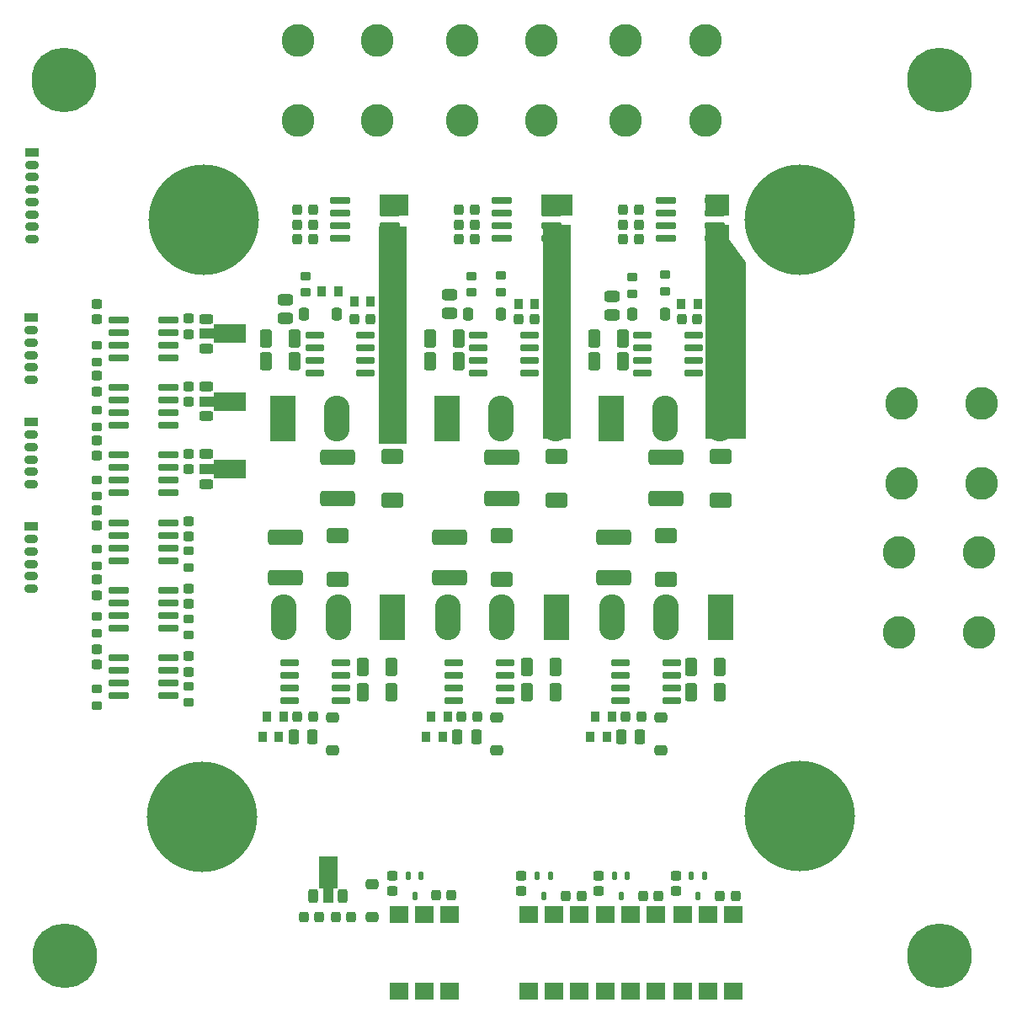
<source format=gbr>
G04 #@! TF.GenerationSoftware,KiCad,Pcbnew,8.0.6-1.fc40*
G04 #@! TF.CreationDate,2024-11-25T01:55:11-05:00*
G04 #@! TF.ProjectId,three_half_bridges,74687265-655f-4686-916c-665f62726964,rev?*
G04 #@! TF.SameCoordinates,Original*
G04 #@! TF.FileFunction,Soldermask,Top*
G04 #@! TF.FilePolarity,Negative*
%FSLAX46Y46*%
G04 Gerber Fmt 4.6, Leading zero omitted, Abs format (unit mm)*
G04 Created by KiCad (PCBNEW 8.0.6-1.fc40) date 2024-11-25 01:55:11*
%MOMM*%
%LPD*%
G01*
G04 APERTURE LIST*
G04 Aperture macros list*
%AMRoundRect*
0 Rectangle with rounded corners*
0 $1 Rounding radius*
0 $2 $3 $4 $5 $6 $7 $8 $9 X,Y pos of 4 corners*
0 Add a 4 corners polygon primitive as box body*
4,1,4,$2,$3,$4,$5,$6,$7,$8,$9,$2,$3,0*
0 Add four circle primitives for the rounded corners*
1,1,$1+$1,$2,$3*
1,1,$1+$1,$4,$5*
1,1,$1+$1,$6,$7*
1,1,$1+$1,$8,$9*
0 Add four rect primitives between the rounded corners*
20,1,$1+$1,$2,$3,$4,$5,0*
20,1,$1+$1,$4,$5,$6,$7,0*
20,1,$1+$1,$6,$7,$8,$9,0*
20,1,$1+$1,$8,$9,$2,$3,0*%
%AMFreePoly0*
4,1,21,3.898562,0.902562,3.913500,0.866500,3.913500,-0.866500,3.898562,-0.902562,3.862500,-0.917500,0.737500,-0.917500,0.701438,-0.902562,0.686500,-0.866500,0.686500,-0.501000,-0.737500,-0.501000,-0.773562,-0.486062,-0.788500,-0.450000,-0.788500,0.450000,-0.773562,0.486062,-0.737500,0.501000,0.686500,0.501000,0.686500,0.866500,0.701438,0.902562,0.737500,0.917500,3.862500,0.917500,
3.898562,0.902562,3.898562,0.902562,$1*%
G04 Aperture macros list end*
%ADD10C,0.100000*%
%ADD11RoundRect,0.175500X-0.750500X-0.175500X0.750500X-0.175500X0.750500X0.175500X-0.750500X0.175500X0*%
%ADD12RoundRect,0.250500X-0.400500X0.250500X-0.400500X-0.250500X0.400500X-0.250500X0.400500X0.250500X0*%
%ADD13RoundRect,0.250500X0.400500X-0.250500X0.400500X0.250500X-0.400500X0.250500X-0.400500X-0.250500X0*%
%ADD14RoundRect,0.250500X-0.250500X-0.400500X0.250500X-0.400500X0.250500X0.400500X-0.250500X0.400500X0*%
%ADD15RoundRect,0.250500X0.275500X-0.250500X0.275500X0.250500X-0.275500X0.250500X-0.275500X-0.250500X0*%
%ADD16RoundRect,0.250500X-0.250500X-0.275500X0.250500X-0.275500X0.250500X0.275500X-0.250500X0.275500X0*%
%ADD17RoundRect,0.250500X-0.275500X0.250500X-0.275500X-0.250500X0.275500X-0.250500X0.275500X0.250500X0*%
%ADD18RoundRect,0.051000X0.890000X-0.792500X0.890000X0.792500X-0.890000X0.792500X-0.890000X-0.792500X0*%
%ADD19RoundRect,0.269250X-0.269250X-0.481750X0.269250X-0.481750X0.269250X0.481750X-0.269250X0.481750X0*%
%ADD20RoundRect,0.275500X-0.500500X0.275500X-0.500500X-0.275500X0.500500X-0.275500X0.500500X0.275500X0*%
%ADD21RoundRect,0.138000X0.138000X0.263000X-0.138000X0.263000X-0.138000X-0.263000X0.138000X-0.263000X0*%
%ADD22RoundRect,0.250500X0.250500X0.275500X-0.250500X0.275500X-0.250500X-0.275500X0.250500X-0.275500X0*%
%ADD23RoundRect,0.250500X-0.450500X-0.250500X0.450500X-0.250500X0.450500X0.250500X-0.450500X0.250500X0*%
%ADD24FreePoly0,0.000000*%
%ADD25RoundRect,0.250500X0.250500X-0.450500X0.250500X0.450500X-0.250500X0.450500X-0.250500X-0.450500X0*%
%ADD26FreePoly0,90.000000*%
%ADD27RoundRect,0.272666X-0.340834X-0.653334X0.340834X-0.653334X0.340834X0.653334X-0.340834X0.653334X0*%
%ADD28RoundRect,0.225500X-0.225500X-0.300500X0.225500X-0.300500X0.225500X0.300500X-0.225500X0.300500X0*%
%ADD29RoundRect,0.272666X0.340834X0.653334X-0.340834X0.653334X-0.340834X-0.653334X0.340834X-0.653334X0*%
%ADD30C,0.902000*%
%ADD31C,6.502000*%
%ADD32C,3.302000*%
%ADD33RoundRect,0.225500X0.225500X0.300500X-0.225500X0.300500X-0.225500X-0.300500X0.225500X-0.300500X0*%
%ADD34RoundRect,0.268214X1.482786X-0.482786X1.482786X0.482786X-1.482786X0.482786X-1.482786X-0.482786X0*%
%ADD35C,1.002000*%
%ADD36C,11.102000*%
%ADD37RoundRect,0.225500X-0.300500X0.225500X-0.300500X-0.225500X0.300500X-0.225500X0.300500X0.225500X0*%
%ADD38RoundRect,0.175500X0.750500X0.175500X-0.750500X0.175500X-0.750500X-0.175500X0.750500X-0.175500X0*%
%ADD39RoundRect,0.225500X0.300500X-0.225500X0.300500X0.225500X-0.300500X0.225500X-0.300500X-0.225500X0*%
%ADD40RoundRect,0.268214X-0.832786X0.482786X-0.832786X-0.482786X0.832786X-0.482786X0.832786X0.482786X0*%
%ADD41RoundRect,0.175500X0.850500X0.175500X-0.850500X0.175500X-0.850500X-0.175500X0.850500X-0.175500X0*%
%ADD42RoundRect,0.175500X-0.850500X-0.175500X0.850500X-0.175500X0.850500X0.175500X-0.850500X0.175500X0*%
%ADD43RoundRect,0.051000X1.250000X2.250000X-1.250000X2.250000X-1.250000X-2.250000X1.250000X-2.250000X0*%
%ADD44O,2.602000X4.602000*%
%ADD45RoundRect,0.051000X-1.250000X-2.250000X1.250000X-2.250000X1.250000X2.250000X-1.250000X2.250000X0*%
%ADD46RoundRect,0.225500X-0.475500X0.225500X-0.475500X-0.225500X0.475500X-0.225500X0.475500X0.225500X0*%
%ADD47O,1.402000X0.902000*%
G04 APERTURE END LIST*
D10*
X117750000Y-47500000D02*
X120500000Y-47500000D01*
X120500000Y-49500000D01*
X117750000Y-49500000D01*
X117750000Y-47500000D01*
G36*
X117750000Y-47500000D02*
G01*
X120500000Y-47500000D01*
X120500000Y-49500000D01*
X117750000Y-49500000D01*
X117750000Y-47500000D01*
G37*
X134000000Y-47500000D02*
X137000000Y-47500000D01*
X137000000Y-49500000D01*
X134000000Y-49500000D01*
X134000000Y-47500000D01*
G36*
X134000000Y-47500000D02*
G01*
X137000000Y-47500000D01*
X137000000Y-49500000D01*
X134000000Y-49500000D01*
X134000000Y-47500000D01*
G37*
X150500000Y-47500000D02*
X152750000Y-47500000D01*
X152750000Y-49500000D01*
X150500000Y-49500000D01*
X150500000Y-47500000D01*
G36*
X150500000Y-47500000D02*
G01*
X152750000Y-47500000D01*
X152750000Y-49500000D01*
X150500000Y-49500000D01*
X150500000Y-47500000D01*
G37*
X152750000Y-52000000D02*
X154500000Y-54250000D01*
X154500000Y-72000000D01*
X150500000Y-72000000D01*
X150500000Y-50500000D01*
X152750000Y-50500000D01*
X152750000Y-52000000D01*
G36*
X152750000Y-52000000D02*
G01*
X154500000Y-54250000D01*
X154500000Y-72000000D01*
X150500000Y-72000000D01*
X150500000Y-50500000D01*
X152750000Y-50500000D01*
X152750000Y-52000000D01*
G37*
X134125000Y-50500000D02*
X136875000Y-50500000D01*
X136875000Y-72000000D01*
X134125000Y-72000000D01*
X134125000Y-50500000D01*
G36*
X134125000Y-50500000D02*
G01*
X136875000Y-50500000D01*
X136875000Y-72000000D01*
X134125000Y-72000000D01*
X134125000Y-50500000D01*
G37*
X117625000Y-50750000D02*
X120375000Y-50750000D01*
X120375000Y-72500000D01*
X117625000Y-72500000D01*
X117625000Y-50750000D01*
G36*
X117625000Y-50750000D02*
G01*
X120375000Y-50750000D01*
X120375000Y-72500000D01*
X117625000Y-72500000D01*
X117625000Y-50750000D01*
G37*
D11*
X108675000Y-94595000D03*
X108675000Y-95865000D03*
X108675000Y-97135000D03*
X108675000Y-98405000D03*
X113825000Y-98405000D03*
X113825000Y-97135000D03*
X113825000Y-95865000D03*
X113825000Y-94595000D03*
X125175000Y-94595000D03*
X125175000Y-95865000D03*
X125175000Y-97135000D03*
X125175000Y-98405000D03*
X130325000Y-98405000D03*
X130325000Y-97135000D03*
X130325000Y-95865000D03*
X130325000Y-94595000D03*
D12*
X117000000Y-116850000D03*
X117000000Y-120150000D03*
D13*
X113000000Y-103400000D03*
X113000000Y-100100000D03*
D14*
X110100000Y-59500000D03*
X113400000Y-59500000D03*
D13*
X129500000Y-103400000D03*
X129500000Y-100100000D03*
D14*
X126600000Y-59500000D03*
X129900000Y-59500000D03*
D13*
X146000000Y-100100000D03*
X146000000Y-103400000D03*
D14*
X146400000Y-59500000D03*
X143100000Y-59500000D03*
D15*
X132000000Y-117525000D03*
X132000000Y-115975000D03*
X147500000Y-117525000D03*
X147500000Y-115975000D03*
D16*
X111675000Y-120100000D03*
X110125000Y-120100000D03*
D17*
X119000000Y-117525000D03*
X119000000Y-115975000D03*
D15*
X139750000Y-117525000D03*
X139750000Y-115975000D03*
D16*
X114875000Y-120100000D03*
X113325000Y-120100000D03*
D18*
X132710000Y-119907500D03*
X135250000Y-119907500D03*
X137790000Y-119907500D03*
X137790000Y-127592500D03*
X135250000Y-127592500D03*
X132710000Y-127592500D03*
X119710000Y-127592500D03*
X122250000Y-127592500D03*
X124790000Y-127592500D03*
X124790000Y-119907500D03*
X122250000Y-119907500D03*
X119710000Y-119907500D03*
D19*
X109062500Y-102000000D03*
X110937500Y-102000000D03*
D20*
X108250000Y-58050000D03*
X108250000Y-59950000D03*
D19*
X125562500Y-102000000D03*
X127437500Y-102000000D03*
D20*
X124750000Y-57550000D03*
X124750000Y-59450000D03*
D19*
X143937500Y-102000000D03*
X142062500Y-102000000D03*
D20*
X141100000Y-57700000D03*
X141100000Y-59600000D03*
D21*
X134900000Y-116000000D03*
X133600000Y-116000000D03*
X134250000Y-118000000D03*
X150400000Y-116000000D03*
X149100000Y-116000000D03*
X149750000Y-118000000D03*
X142000000Y-118000000D03*
X141350000Y-116000000D03*
X142650000Y-116000000D03*
X121900000Y-116000000D03*
X120600000Y-116000000D03*
X121250000Y-118000000D03*
D22*
X138025000Y-118000000D03*
X136475000Y-118000000D03*
X151975000Y-118000000D03*
X153525000Y-118000000D03*
X145775000Y-118000000D03*
X144225000Y-118000000D03*
X124959997Y-117934997D03*
X123409997Y-117934997D03*
D23*
X100300000Y-60000000D03*
D24*
X100387500Y-61500000D03*
D23*
X100300000Y-63000000D03*
X100300000Y-73600000D03*
D24*
X100387500Y-75100000D03*
D23*
X100300000Y-76600000D03*
X100300000Y-66800000D03*
D24*
X100387500Y-68300000D03*
D23*
X100300000Y-69800000D03*
D25*
X111050000Y-118050000D03*
D26*
X112550000Y-117962500D03*
D25*
X114050000Y-118050000D03*
D27*
X139287500Y-62000000D03*
X142212500Y-62000000D03*
D28*
X133325000Y-58500000D03*
X131675000Y-58500000D03*
D29*
X135462500Y-97500000D03*
X132537500Y-97500000D03*
D15*
X89250000Y-67275000D03*
X89250000Y-65725000D03*
D16*
X115225000Y-60000000D03*
X116775000Y-60000000D03*
D30*
X171600000Y-124000000D03*
X172302944Y-122302944D03*
X172302944Y-125697056D03*
X174000000Y-121600000D03*
D31*
X174000000Y-124000000D03*
D30*
X174000000Y-126400000D03*
X175697056Y-122302944D03*
X175697056Y-125697056D03*
X176400000Y-124000000D03*
D32*
X126000000Y-32000000D03*
X126000000Y-40000000D03*
X134000000Y-32000000D03*
X134000000Y-40000000D03*
D33*
X138925000Y-102000000D03*
X140575000Y-102000000D03*
D16*
X133275000Y-60000000D03*
X131725000Y-60000000D03*
D22*
X143775000Y-52000000D03*
X142225000Y-52000000D03*
D34*
X124750000Y-86050000D03*
X124750000Y-81950000D03*
D35*
X155875000Y-110000000D03*
X157073185Y-107073185D03*
X157073185Y-112926815D03*
X160000000Y-105875000D03*
D36*
X160000000Y-110000000D03*
D35*
X160000000Y-114125000D03*
X162926815Y-107073185D03*
X162926815Y-112926815D03*
X164125000Y-110000000D03*
D33*
X124075000Y-102000000D03*
X122425000Y-102000000D03*
D37*
X127000000Y-55675000D03*
X127000000Y-57325000D03*
X89250000Y-69175000D03*
X89250000Y-70825000D03*
D27*
X122787500Y-62000000D03*
X125712500Y-62000000D03*
D17*
X98500000Y-88675000D03*
X98500000Y-87125000D03*
D37*
X89300000Y-97225000D03*
X89300000Y-98875000D03*
D35*
X95875000Y-50000000D03*
X97073185Y-47073185D03*
X97073185Y-52926815D03*
X100000000Y-45875000D03*
D36*
X100000000Y-50000000D03*
D35*
X100000000Y-54125000D03*
X102926815Y-47073185D03*
X102926815Y-52926815D03*
X104125000Y-50000000D03*
D30*
X171600000Y-36000000D03*
X172302944Y-34302944D03*
X172302944Y-37697056D03*
X174000000Y-33600000D03*
D31*
X174000000Y-36000000D03*
D30*
X174000000Y-38400000D03*
X175697056Y-34302944D03*
X175697056Y-37697056D03*
X176400000Y-36000000D03*
D38*
X127675000Y-65405000D03*
X127675000Y-64135000D03*
X127675000Y-62865000D03*
X127675000Y-61595000D03*
X132825000Y-61595000D03*
X132825000Y-62865000D03*
X132825000Y-64135000D03*
X132825000Y-65405000D03*
D39*
X98500000Y-98575000D03*
X98500000Y-96925000D03*
D22*
X111025000Y-52000000D03*
X109475000Y-52000000D03*
D16*
X148125000Y-60000000D03*
X149675000Y-60000000D03*
D37*
X89250000Y-77825000D03*
X89250000Y-76175000D03*
D32*
X142500000Y-32000000D03*
X142500000Y-40000000D03*
X150500000Y-32000000D03*
X150500000Y-40000000D03*
D40*
X146500000Y-81800000D03*
X146500000Y-86200000D03*
D32*
X117500000Y-40000000D03*
X117500000Y-32000000D03*
X109500000Y-40000000D03*
X109500000Y-32000000D03*
D41*
X118725000Y-51905000D03*
X118725000Y-50635000D03*
X118725000Y-49365000D03*
X118725000Y-48095000D03*
X113775000Y-48095000D03*
X113775000Y-49365000D03*
X113775000Y-50635000D03*
X113775000Y-51905000D03*
D33*
X107575000Y-102000000D03*
X105925000Y-102000000D03*
D40*
X135500000Y-73800000D03*
X135500000Y-78200000D03*
D29*
X149037500Y-97500000D03*
X151962500Y-97500000D03*
D42*
X91525000Y-80495000D03*
X91525000Y-81765000D03*
X91525000Y-83035000D03*
X91525000Y-84305000D03*
X96475000Y-84305000D03*
X96475000Y-83035000D03*
X96475000Y-81765000D03*
X96475000Y-80495000D03*
D17*
X98500000Y-93925000D03*
X98500000Y-95475000D03*
D34*
X108250000Y-86050000D03*
X108250000Y-81950000D03*
D42*
X91525000Y-66895000D03*
X91525000Y-68165000D03*
X91525000Y-69435000D03*
X91525000Y-70705000D03*
X96475000Y-70705000D03*
X96475000Y-69435000D03*
X96475000Y-68165000D03*
X96475000Y-66895000D03*
D15*
X89250000Y-87775000D03*
X89250000Y-86225000D03*
D39*
X146400000Y-57225000D03*
X146400000Y-55575000D03*
D42*
X91525000Y-73695000D03*
X91525000Y-74965000D03*
X91525000Y-76235000D03*
X91525000Y-77505000D03*
X96475000Y-77505000D03*
X96475000Y-76235000D03*
X96475000Y-74965000D03*
X96475000Y-73695000D03*
D28*
X115175000Y-58250000D03*
X116825000Y-58250000D03*
D16*
X109475000Y-100000000D03*
X111025000Y-100000000D03*
D27*
X139287500Y-64250000D03*
X142212500Y-64250000D03*
D42*
X91525000Y-60095000D03*
X91525000Y-61365000D03*
X91525000Y-62635000D03*
X91525000Y-63905000D03*
X96475000Y-63905000D03*
X96475000Y-62635000D03*
X96475000Y-61365000D03*
X96475000Y-60095000D03*
D17*
X98500000Y-66775000D03*
X98500000Y-68325000D03*
D40*
X113500000Y-81800000D03*
X113500000Y-86200000D03*
D28*
X122925000Y-100000000D03*
X124575000Y-100000000D03*
D37*
X89250000Y-64325000D03*
X89250000Y-62675000D03*
D39*
X98500000Y-91775000D03*
X98500000Y-90125000D03*
D22*
X127275000Y-50500000D03*
X125725000Y-50500000D03*
X111025000Y-49000000D03*
X109475000Y-49000000D03*
D38*
X116325000Y-65405000D03*
X116325000Y-64135000D03*
X116325000Y-62865000D03*
X116325000Y-61595000D03*
X111175000Y-61595000D03*
X111175000Y-62865000D03*
X111175000Y-64135000D03*
X111175000Y-65405000D03*
D28*
X141075000Y-100000000D03*
X139425000Y-100000000D03*
D34*
X146500000Y-78050000D03*
X146500000Y-73950000D03*
D28*
X106425000Y-100000000D03*
X108075000Y-100000000D03*
D30*
X83652944Y-124000000D03*
X84355888Y-122302944D03*
X84355888Y-125697056D03*
X86052944Y-121600000D03*
D31*
X86052944Y-124000000D03*
D30*
X86052944Y-126400000D03*
X87750000Y-122302944D03*
X87750000Y-125697056D03*
X88452944Y-124000000D03*
D29*
X118962500Y-97500000D03*
X116037500Y-97500000D03*
D41*
X151475000Y-51905000D03*
X151475000Y-50635000D03*
X151475000Y-49365000D03*
X151475000Y-48095000D03*
X146525000Y-48095000D03*
X146525000Y-49365000D03*
X146525000Y-50635000D03*
X146525000Y-51905000D03*
D32*
X170250000Y-68500000D03*
X170250000Y-76500000D03*
X178250000Y-68500000D03*
X178250000Y-76500000D03*
D15*
X89250000Y-80775000D03*
X89250000Y-79225000D03*
D29*
X118962500Y-95000000D03*
X116037500Y-95000000D03*
D27*
X122787500Y-64250000D03*
X125712500Y-64250000D03*
D38*
X149325000Y-65405000D03*
X149325000Y-64135000D03*
X149325000Y-62865000D03*
X149325000Y-61595000D03*
X144175000Y-61595000D03*
X144175000Y-62865000D03*
X144175000Y-64135000D03*
X144175000Y-65405000D03*
D39*
X98500000Y-84975000D03*
X98500000Y-83325000D03*
D17*
X98500000Y-59975000D03*
X98500000Y-61525000D03*
D15*
X89250000Y-93225000D03*
X89250000Y-94775000D03*
D22*
X143775000Y-50500000D03*
X142225000Y-50500000D03*
X111025000Y-50500000D03*
X109475000Y-50500000D03*
D41*
X134975000Y-51905000D03*
X134975000Y-50635000D03*
X134975000Y-49365000D03*
X134975000Y-48095000D03*
X130025000Y-48095000D03*
X130025000Y-49365000D03*
X130025000Y-50635000D03*
X130025000Y-51905000D03*
D15*
X89250000Y-60025000D03*
X89250000Y-58475000D03*
D40*
X152000000Y-73800000D03*
X152000000Y-78200000D03*
D34*
X141250000Y-86050000D03*
X141250000Y-81950000D03*
X130000000Y-78050000D03*
X130000000Y-73950000D03*
D37*
X89250000Y-83175000D03*
X89250000Y-84825000D03*
D16*
X125975000Y-100000000D03*
X127525000Y-100000000D03*
D29*
X149037500Y-95000000D03*
X151962500Y-95000000D03*
D37*
X110250000Y-55675000D03*
X110250000Y-57325000D03*
D16*
X142475000Y-100000000D03*
X144025000Y-100000000D03*
D40*
X130000000Y-81800000D03*
X130000000Y-86200000D03*
D15*
X89250000Y-73775000D03*
X89250000Y-72225000D03*
D37*
X143150000Y-55825000D03*
X143150000Y-57475000D03*
D42*
X96475000Y-87295000D03*
X96475000Y-88565000D03*
X96475000Y-89835000D03*
X96475000Y-91105000D03*
X91525000Y-91105000D03*
X91525000Y-89835000D03*
X91525000Y-88565000D03*
X91525000Y-87295000D03*
D22*
X127275000Y-52000000D03*
X125725000Y-52000000D03*
D40*
X119000000Y-73800000D03*
X119000000Y-78200000D03*
D28*
X148075000Y-58500000D03*
X149725000Y-58500000D03*
D22*
X143775000Y-49000000D03*
X142225000Y-49000000D03*
D39*
X129950000Y-57275000D03*
X129950000Y-55625000D03*
D27*
X106287500Y-64250000D03*
X109212500Y-64250000D03*
D35*
X155875000Y-50000000D03*
X157073185Y-47073185D03*
X157073185Y-52926815D03*
X160000000Y-45875000D03*
D36*
X160000000Y-50000000D03*
D35*
X160000000Y-54125000D03*
X162926815Y-47073185D03*
X162926815Y-52926815D03*
X164125000Y-50000000D03*
D33*
X113575000Y-57250000D03*
X111925000Y-57250000D03*
D17*
X98500000Y-73575000D03*
X98500000Y-75125000D03*
D30*
X83600000Y-36000000D03*
X84302944Y-34302944D03*
X84302944Y-37697056D03*
X86000000Y-33600000D03*
D31*
X86000000Y-36000000D03*
D30*
X86000000Y-38400000D03*
X87697056Y-34302944D03*
X87697056Y-37697056D03*
X88400000Y-36000000D03*
D27*
X106287500Y-62000000D03*
X109212500Y-62000000D03*
D34*
X113500000Y-78050000D03*
X113500000Y-73950000D03*
D37*
X89250000Y-89925000D03*
X89250000Y-91575000D03*
D42*
X91525000Y-94095000D03*
X91525000Y-95365000D03*
X91525000Y-96635000D03*
X91525000Y-97905000D03*
X96475000Y-97905000D03*
X96475000Y-96635000D03*
X96475000Y-95365000D03*
X96475000Y-94095000D03*
D22*
X127275000Y-49000000D03*
X125725000Y-49000000D03*
D29*
X135462500Y-95000000D03*
X132537500Y-95000000D03*
D32*
X170000000Y-83500000D03*
X170000000Y-91500000D03*
X178000000Y-83500000D03*
X178000000Y-91500000D03*
D43*
X135500000Y-90000000D03*
D44*
X130050000Y-90000000D03*
X124600000Y-90000000D03*
D45*
X124500000Y-70000000D03*
D44*
X129950000Y-70000000D03*
X135400000Y-70000000D03*
D45*
X108000000Y-70000000D03*
D44*
X113450000Y-70000000D03*
X118900000Y-70000000D03*
D46*
X82700000Y-70375000D03*
D47*
X82700000Y-71625000D03*
X82700000Y-72875000D03*
X82700000Y-74125000D03*
X82700000Y-75375000D03*
X82700000Y-76625000D03*
D46*
X82700000Y-80875000D03*
D47*
X82700000Y-82125000D03*
X82700000Y-83375000D03*
X82700000Y-84625000D03*
X82700000Y-85875000D03*
X82700000Y-87125000D03*
D46*
X82700000Y-59875000D03*
D47*
X82700000Y-61125000D03*
X82700000Y-62375000D03*
X82700000Y-63625000D03*
X82700000Y-64875000D03*
X82700000Y-66125000D03*
D46*
X82750000Y-43250000D03*
D47*
X82750000Y-44500000D03*
X82750000Y-45750000D03*
X82750000Y-47000000D03*
X82750000Y-48250000D03*
X82750000Y-49500000D03*
X82750000Y-50750000D03*
X82750000Y-52000000D03*
D43*
X152000000Y-90000000D03*
D44*
X146550000Y-90000000D03*
X141100000Y-90000000D03*
D45*
X141000000Y-70000000D03*
D44*
X146450000Y-70000000D03*
X151900000Y-70000000D03*
D43*
X119000000Y-90000000D03*
D44*
X113550000Y-90000000D03*
X108100000Y-90000000D03*
D18*
X148210000Y-119907500D03*
X150750000Y-119907500D03*
X153290000Y-119907500D03*
X153290000Y-127592500D03*
X150750000Y-127592500D03*
X148210000Y-127592500D03*
X140460000Y-127592500D03*
X143000000Y-127592500D03*
X145540000Y-127592500D03*
X145540000Y-119907500D03*
X143000000Y-119907500D03*
X140460000Y-119907500D03*
D17*
X98500000Y-80325000D03*
X98500000Y-81875000D03*
D11*
X147075000Y-94595000D03*
X147075000Y-95865000D03*
X147075000Y-97135000D03*
X147075000Y-98405000D03*
X141925000Y-98405000D03*
X141925000Y-97135000D03*
X141925000Y-95865000D03*
X141925000Y-94595000D03*
D35*
X104125000Y-110050000D03*
X102926815Y-112976815D03*
X102926815Y-107123185D03*
X100000000Y-114175000D03*
D36*
X99875000Y-110050000D03*
D35*
X100000000Y-105925000D03*
X97073185Y-112976815D03*
X97073185Y-107123185D03*
X95875000Y-110050000D03*
M02*

</source>
